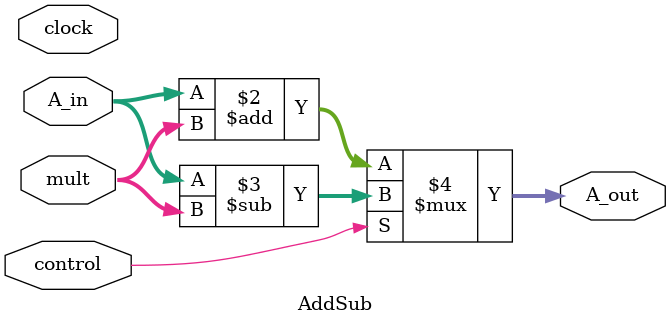
<source format=v>
module AddSub(mult, control, A_in, A_out, clock);
    input control, clock;
    input [3:0] A_in, mult;
    output [3:0] A_out;

    parameter Add = 1'b0 , Sub = 1'b1;

    wire [3:0] A_out;
     
    assign A_out = (control == Add) ? A_in + mult : A_in - mult;

endmodule

</source>
